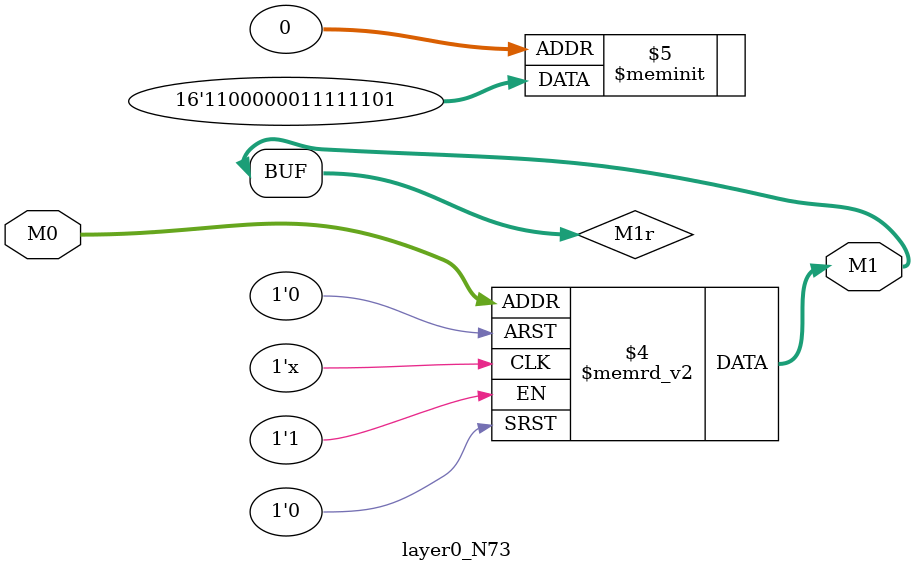
<source format=v>
module layer0_N73 ( input [2:0] M0, output [1:0] M1 );

	(*rom_style = "distributed" *) reg [1:0] M1r;
	assign M1 = M1r;
	always @ (M0) begin
		case (M0)
			3'b000: M1r = 2'b01;
			3'b100: M1r = 2'b00;
			3'b010: M1r = 2'b11;
			3'b110: M1r = 2'b00;
			3'b001: M1r = 2'b11;
			3'b101: M1r = 2'b00;
			3'b011: M1r = 2'b11;
			3'b111: M1r = 2'b11;

		endcase
	end
endmodule

</source>
